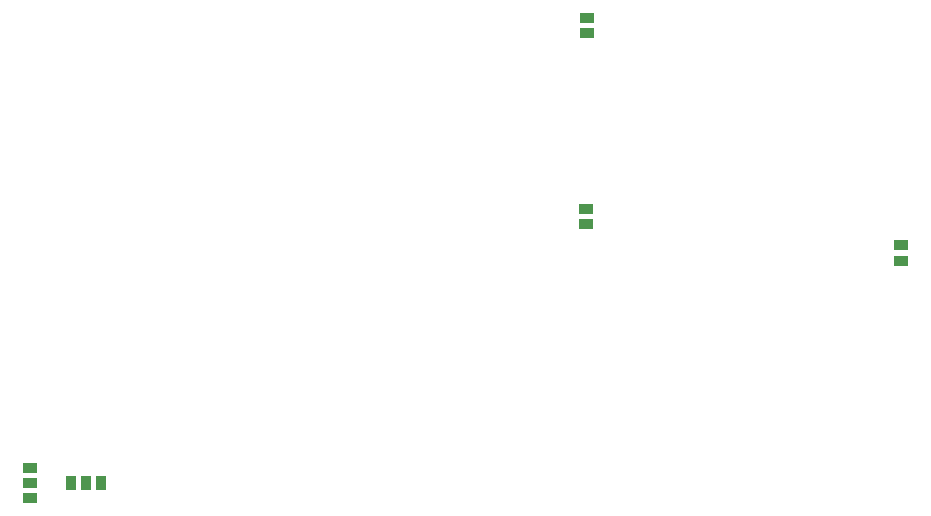
<source format=gbr>
G04 #@! TF.GenerationSoftware,KiCad,Pcbnew,5.0.2-bee76a0~70~ubuntu16.04.1*
G04 #@! TF.CreationDate,2019-03-26T22:40:40+05:30*
G04 #@! TF.ProjectId,neurolab,6e657572-6f6c-4616-922e-6b696361645f,rev?*
G04 #@! TF.SameCoordinates,Original*
G04 #@! TF.FileFunction,Paste,Bot*
G04 #@! TF.FilePolarity,Positive*
%FSLAX46Y46*%
G04 Gerber Fmt 4.6, Leading zero omitted, Abs format (unit mm)*
G04 Created by KiCad (PCBNEW 5.0.2-bee76a0~70~ubuntu16.04.1) date Tue 26 Mar 2019 22:40:40 +0530*
%MOMM*%
%LPD*%
G01*
G04 APERTURE LIST*
%ADD10R,1.270000X0.970000*%
%ADD11R,0.970000X1.270000*%
G04 APERTURE END LIST*
D10*
G04 #@! TO.C,J4*
X156400000Y-86315000D03*
X156400000Y-85035000D03*
G04 #@! TD*
G04 #@! TO.C,J5*
X156250000Y-102515000D03*
X156250000Y-101235000D03*
G04 #@! TD*
G04 #@! TO.C,J34*
X182960000Y-105570000D03*
X182960000Y-104290000D03*
G04 #@! TD*
D11*
G04 #@! TO.C,JP1*
X115245000Y-124375000D03*
X113975000Y-124375000D03*
X112705000Y-124375000D03*
G04 #@! TD*
D10*
G04 #@! TO.C,JP2*
X109175000Y-123130000D03*
X109175000Y-124400000D03*
X109175000Y-125670000D03*
G04 #@! TD*
M02*

</source>
